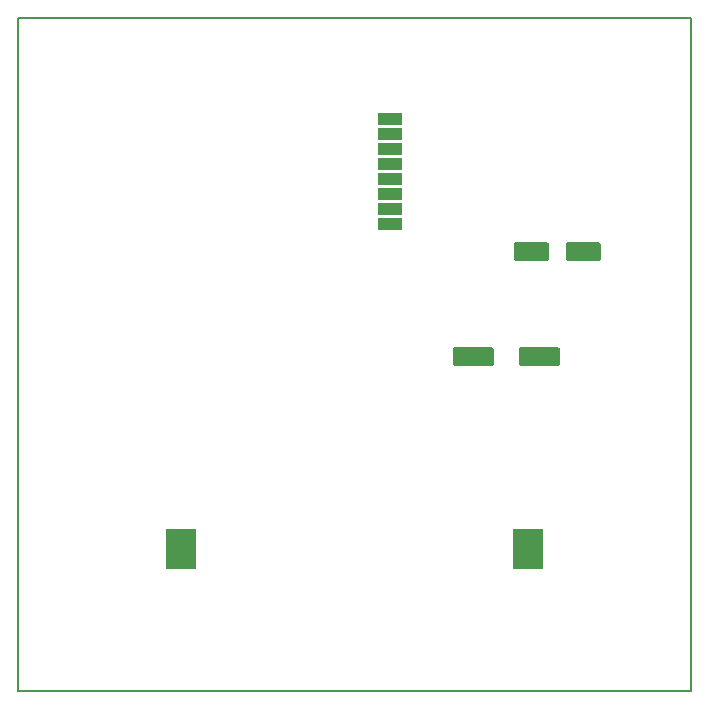
<source format=gbr>
%TF.GenerationSoftware,KiCad,Pcbnew,5.0.2-bee76a0~70~ubuntu18.04.1*%
%TF.CreationDate,2019-07-17T23:27:23+02:00*%
%TF.ProjectId,BT-Pcb-328P,42542d50-6362-42d3-9332-38502e6b6963,1.0*%
%TF.SameCoordinates,Original*%
%TF.FileFunction,Paste,Bot*%
%TF.FilePolarity,Positive*%
%FSLAX46Y46*%
G04 Gerber Fmt 4.6, Leading zero omitted, Abs format (unit mm)*
G04 Created by KiCad (PCBNEW 5.0.2-bee76a0~70~ubuntu18.04.1) date mer 17 lug 2019 23:27:23 CEST*
%MOMM*%
%LPD*%
G01*
G04 APERTURE LIST*
%ADD10C,0.150000*%
%ADD11C,1.600000*%
%ADD12R,2.000000X1.000000*%
%ADD13R,2.540000X3.510000*%
G04 APERTURE END LIST*
D10*
X184040000Y-138320000D02*
X184040000Y-81320000D01*
X127040000Y-138320000D02*
X127040000Y-81320000D01*
X127040000Y-138320000D02*
X184040000Y-138320000D01*
X127040000Y-81320000D02*
X184040000Y-81320000D01*
G36*
X171794504Y-100293204D02*
X171818773Y-100296804D01*
X171842571Y-100302765D01*
X171865671Y-100311030D01*
X171887849Y-100321520D01*
X171908893Y-100334133D01*
X171928598Y-100348747D01*
X171946777Y-100365223D01*
X171963253Y-100383402D01*
X171977867Y-100403107D01*
X171990480Y-100424151D01*
X172000970Y-100446329D01*
X172009235Y-100469429D01*
X172015196Y-100493227D01*
X172018796Y-100517496D01*
X172020000Y-100542000D01*
X172020000Y-101642000D01*
X172018796Y-101666504D01*
X172015196Y-101690773D01*
X172009235Y-101714571D01*
X172000970Y-101737671D01*
X171990480Y-101759849D01*
X171977867Y-101780893D01*
X171963253Y-101800598D01*
X171946777Y-101818777D01*
X171928598Y-101835253D01*
X171908893Y-101849867D01*
X171887849Y-101862480D01*
X171865671Y-101872970D01*
X171842571Y-101881235D01*
X171818773Y-101887196D01*
X171794504Y-101890796D01*
X171770000Y-101892000D01*
X169270000Y-101892000D01*
X169245496Y-101890796D01*
X169221227Y-101887196D01*
X169197429Y-101881235D01*
X169174329Y-101872970D01*
X169152151Y-101862480D01*
X169131107Y-101849867D01*
X169111402Y-101835253D01*
X169093223Y-101818777D01*
X169076747Y-101800598D01*
X169062133Y-101780893D01*
X169049520Y-101759849D01*
X169039030Y-101737671D01*
X169030765Y-101714571D01*
X169024804Y-101690773D01*
X169021204Y-101666504D01*
X169020000Y-101642000D01*
X169020000Y-100542000D01*
X169021204Y-100517496D01*
X169024804Y-100493227D01*
X169030765Y-100469429D01*
X169039030Y-100446329D01*
X169049520Y-100424151D01*
X169062133Y-100403107D01*
X169076747Y-100383402D01*
X169093223Y-100365223D01*
X169111402Y-100348747D01*
X169131107Y-100334133D01*
X169152151Y-100321520D01*
X169174329Y-100311030D01*
X169197429Y-100302765D01*
X169221227Y-100296804D01*
X169245496Y-100293204D01*
X169270000Y-100292000D01*
X171770000Y-100292000D01*
X171794504Y-100293204D01*
X171794504Y-100293204D01*
G37*
D11*
X170520000Y-101092000D03*
D10*
G36*
X176194504Y-100293204D02*
X176218773Y-100296804D01*
X176242571Y-100302765D01*
X176265671Y-100311030D01*
X176287849Y-100321520D01*
X176308893Y-100334133D01*
X176328598Y-100348747D01*
X176346777Y-100365223D01*
X176363253Y-100383402D01*
X176377867Y-100403107D01*
X176390480Y-100424151D01*
X176400970Y-100446329D01*
X176409235Y-100469429D01*
X176415196Y-100493227D01*
X176418796Y-100517496D01*
X176420000Y-100542000D01*
X176420000Y-101642000D01*
X176418796Y-101666504D01*
X176415196Y-101690773D01*
X176409235Y-101714571D01*
X176400970Y-101737671D01*
X176390480Y-101759849D01*
X176377867Y-101780893D01*
X176363253Y-101800598D01*
X176346777Y-101818777D01*
X176328598Y-101835253D01*
X176308893Y-101849867D01*
X176287849Y-101862480D01*
X176265671Y-101872970D01*
X176242571Y-101881235D01*
X176218773Y-101887196D01*
X176194504Y-101890796D01*
X176170000Y-101892000D01*
X173670000Y-101892000D01*
X173645496Y-101890796D01*
X173621227Y-101887196D01*
X173597429Y-101881235D01*
X173574329Y-101872970D01*
X173552151Y-101862480D01*
X173531107Y-101849867D01*
X173511402Y-101835253D01*
X173493223Y-101818777D01*
X173476747Y-101800598D01*
X173462133Y-101780893D01*
X173449520Y-101759849D01*
X173439030Y-101737671D01*
X173430765Y-101714571D01*
X173424804Y-101690773D01*
X173421204Y-101666504D01*
X173420000Y-101642000D01*
X173420000Y-100542000D01*
X173421204Y-100517496D01*
X173424804Y-100493227D01*
X173430765Y-100469429D01*
X173439030Y-100446329D01*
X173449520Y-100424151D01*
X173462133Y-100403107D01*
X173476747Y-100383402D01*
X173493223Y-100365223D01*
X173511402Y-100348747D01*
X173531107Y-100334133D01*
X173552151Y-100321520D01*
X173574329Y-100311030D01*
X173597429Y-100302765D01*
X173621227Y-100296804D01*
X173645496Y-100293204D01*
X173670000Y-100292000D01*
X176170000Y-100292000D01*
X176194504Y-100293204D01*
X176194504Y-100293204D01*
G37*
D11*
X174920000Y-101092000D03*
D12*
X158560000Y-89834000D03*
X158560000Y-91104000D03*
X158560000Y-92374000D03*
X158560000Y-93644000D03*
X158560000Y-94914000D03*
X158560000Y-96184000D03*
X158560000Y-97454000D03*
X158560000Y-98724000D03*
D10*
G36*
X167126504Y-109183204D02*
X167150773Y-109186804D01*
X167174571Y-109192765D01*
X167197671Y-109201030D01*
X167219849Y-109211520D01*
X167240893Y-109224133D01*
X167260598Y-109238747D01*
X167278777Y-109255223D01*
X167295253Y-109273402D01*
X167309867Y-109293107D01*
X167322480Y-109314151D01*
X167332970Y-109336329D01*
X167341235Y-109359429D01*
X167347196Y-109383227D01*
X167350796Y-109407496D01*
X167352000Y-109432000D01*
X167352000Y-110532000D01*
X167350796Y-110556504D01*
X167347196Y-110580773D01*
X167341235Y-110604571D01*
X167332970Y-110627671D01*
X167322480Y-110649849D01*
X167309867Y-110670893D01*
X167295253Y-110690598D01*
X167278777Y-110708777D01*
X167260598Y-110725253D01*
X167240893Y-110739867D01*
X167219849Y-110752480D01*
X167197671Y-110762970D01*
X167174571Y-110771235D01*
X167150773Y-110777196D01*
X167126504Y-110780796D01*
X167102000Y-110782000D01*
X164102000Y-110782000D01*
X164077496Y-110780796D01*
X164053227Y-110777196D01*
X164029429Y-110771235D01*
X164006329Y-110762970D01*
X163984151Y-110752480D01*
X163963107Y-110739867D01*
X163943402Y-110725253D01*
X163925223Y-110708777D01*
X163908747Y-110690598D01*
X163894133Y-110670893D01*
X163881520Y-110649849D01*
X163871030Y-110627671D01*
X163862765Y-110604571D01*
X163856804Y-110580773D01*
X163853204Y-110556504D01*
X163852000Y-110532000D01*
X163852000Y-109432000D01*
X163853204Y-109407496D01*
X163856804Y-109383227D01*
X163862765Y-109359429D01*
X163871030Y-109336329D01*
X163881520Y-109314151D01*
X163894133Y-109293107D01*
X163908747Y-109273402D01*
X163925223Y-109255223D01*
X163943402Y-109238747D01*
X163963107Y-109224133D01*
X163984151Y-109211520D01*
X164006329Y-109201030D01*
X164029429Y-109192765D01*
X164053227Y-109186804D01*
X164077496Y-109183204D01*
X164102000Y-109182000D01*
X167102000Y-109182000D01*
X167126504Y-109183204D01*
X167126504Y-109183204D01*
G37*
D11*
X165602000Y-109982000D03*
D10*
G36*
X172726504Y-109183204D02*
X172750773Y-109186804D01*
X172774571Y-109192765D01*
X172797671Y-109201030D01*
X172819849Y-109211520D01*
X172840893Y-109224133D01*
X172860598Y-109238747D01*
X172878777Y-109255223D01*
X172895253Y-109273402D01*
X172909867Y-109293107D01*
X172922480Y-109314151D01*
X172932970Y-109336329D01*
X172941235Y-109359429D01*
X172947196Y-109383227D01*
X172950796Y-109407496D01*
X172952000Y-109432000D01*
X172952000Y-110532000D01*
X172950796Y-110556504D01*
X172947196Y-110580773D01*
X172941235Y-110604571D01*
X172932970Y-110627671D01*
X172922480Y-110649849D01*
X172909867Y-110670893D01*
X172895253Y-110690598D01*
X172878777Y-110708777D01*
X172860598Y-110725253D01*
X172840893Y-110739867D01*
X172819849Y-110752480D01*
X172797671Y-110762970D01*
X172774571Y-110771235D01*
X172750773Y-110777196D01*
X172726504Y-110780796D01*
X172702000Y-110782000D01*
X169702000Y-110782000D01*
X169677496Y-110780796D01*
X169653227Y-110777196D01*
X169629429Y-110771235D01*
X169606329Y-110762970D01*
X169584151Y-110752480D01*
X169563107Y-110739867D01*
X169543402Y-110725253D01*
X169525223Y-110708777D01*
X169508747Y-110690598D01*
X169494133Y-110670893D01*
X169481520Y-110649849D01*
X169471030Y-110627671D01*
X169462765Y-110604571D01*
X169456804Y-110580773D01*
X169453204Y-110556504D01*
X169452000Y-110532000D01*
X169452000Y-109432000D01*
X169453204Y-109407496D01*
X169456804Y-109383227D01*
X169462765Y-109359429D01*
X169471030Y-109336329D01*
X169481520Y-109314151D01*
X169494133Y-109293107D01*
X169508747Y-109273402D01*
X169525223Y-109255223D01*
X169543402Y-109238747D01*
X169563107Y-109224133D01*
X169584151Y-109211520D01*
X169606329Y-109201030D01*
X169629429Y-109192765D01*
X169653227Y-109186804D01*
X169677496Y-109183204D01*
X169702000Y-109182000D01*
X172702000Y-109182000D01*
X172726504Y-109183204D01*
X172726504Y-109183204D01*
G37*
D11*
X171202000Y-109982000D03*
D13*
X170220000Y-126238000D03*
X140860000Y-126238000D03*
M02*

</source>
